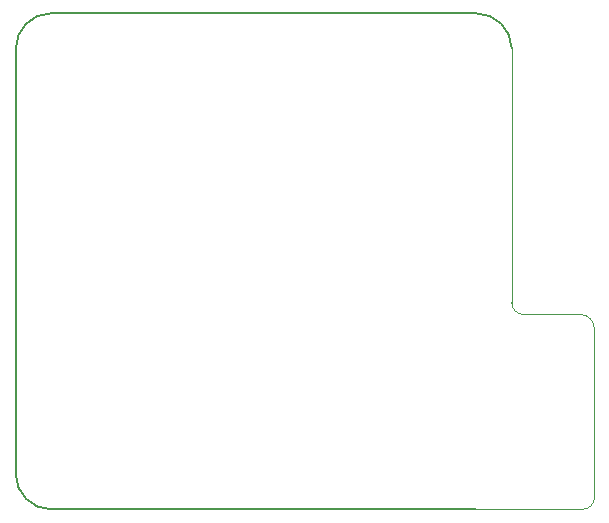
<source format=gbr>
%TF.GenerationSoftware,KiCad,Pcbnew,9.0.2*%
%TF.CreationDate,2025-07-23T20:38:51-05:00*%
%TF.ProjectId,Smart Motor,536d6172-7420-44d6-9f74-6f722e6b6963,rev?*%
%TF.SameCoordinates,Original*%
%TF.FileFunction,Profile,NP*%
%FSLAX46Y46*%
G04 Gerber Fmt 4.6, Leading zero omitted, Abs format (unit mm)*
G04 Created by KiCad (PCBNEW 9.0.2) date 2025-07-23 20:38:51*
%MOMM*%
%LPD*%
G01*
G04 APERTURE LIST*
%TA.AperFunction,Profile*%
%ADD10C,0.200000*%
%TD*%
%TA.AperFunction,Profile*%
%ADD11C,0.050000*%
%TD*%
G04 APERTURE END LIST*
D10*
X120000000Y-108000000D02*
G75*
G02*
X123000000Y-105000000I3000000J0D01*
G01*
X159000000Y-105000000D02*
G75*
G02*
X162000000Y-108000000I0J-3000000D01*
G01*
X159000000Y-147000000D02*
X123000000Y-147000000D01*
D11*
X168000000Y-147000000D02*
X159000000Y-147000000D01*
X162000000Y-108000000D02*
X162000000Y-129500000D01*
X163000000Y-130500000D02*
X167800000Y-130500000D01*
X169000000Y-146000000D02*
G75*
G02*
X168000000Y-147000000I-1000000J0D01*
G01*
D10*
X120000000Y-144000000D02*
X120000000Y-108000000D01*
X123000000Y-105000000D02*
X159000000Y-105000000D01*
D11*
X163000000Y-130500000D02*
G75*
G02*
X162000000Y-129500000I0J1000000D01*
G01*
D10*
X123000000Y-147000000D02*
G75*
G02*
X120000000Y-144000000I0J3000000D01*
G01*
D11*
X167800000Y-130500000D02*
G75*
G02*
X169000000Y-131700000I0J-1200000D01*
G01*
X169000000Y-131700000D02*
X169000000Y-146000000D01*
M02*

</source>
